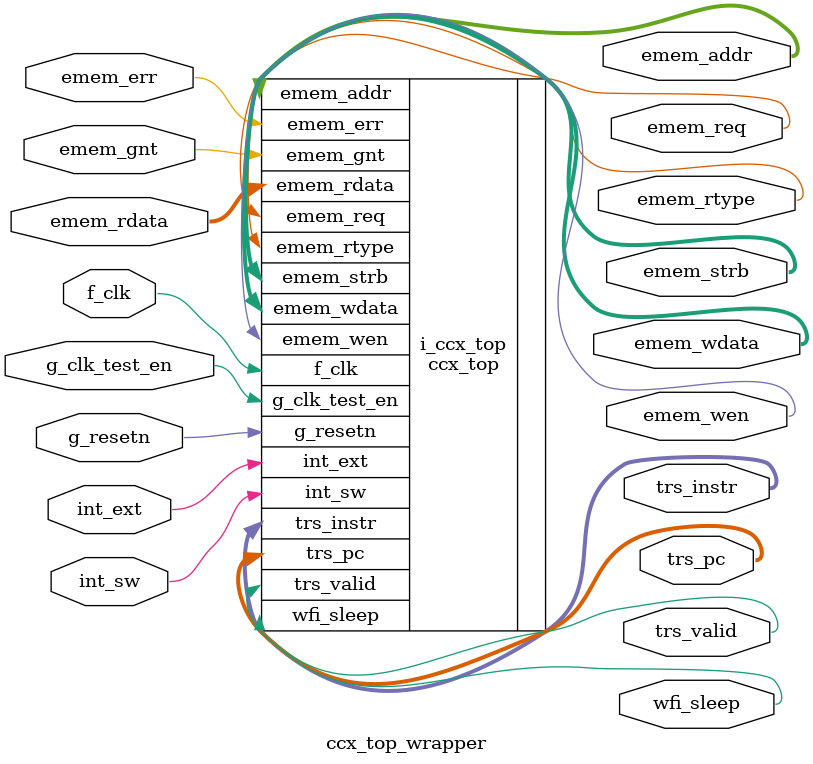
<source format=v>

module ccx_top_wrapper (

input  wire         f_clk        , // Global free-running clock.
input  wire         g_resetn     , // Synchronous negative level reset.
input  wire         g_clk_test_en, // Clock test enable.

input  wire         int_sw       , // External interrupt
input  wire         int_ext      , // Software interrupt

output wire         emem_req     , // Memory request
output wire         emem_rtype   , // Memory request type.
output wire [ 38:0] emem_addr    , // Memory request address
output wire         emem_wen     , // Memory request write enable
output wire [  7:0] emem_strb    , // Memory request write strobe
output wire [ 63:0] emem_wdata   , // Memory write data.
input  wire         emem_gnt     , // Memory response valid
input  wire         emem_err     , // Memory response error
input  wire [ 63:0] emem_rdata   , // Memory response read data

output wire         wfi_sleep    , // Core is asleep due to WFI.

output wire         trs_valid    , // Instruction trace valid
output wire [ 31:0] trs_instr    , // Instruction trace data
output wire [ 63:0] trs_pc         // Instruction trace PC

);

// Inital address of the program counter post reset.
parameter   PC_RESET_ADDRESS= 39'h00000000;

// Use a FPGA-inference-friendly implementation of the register file.
parameter FPGA_REGFILE = 0;

// Base address of the memory mapped IO region.
parameter   MMIO_BASE = 39'h0000_0000_0002_0000;
parameter   MMIO_SIZE = 39'h0000_0000_0000_00FF;

//
// Internal address mapping.
// ------------------------------------------------------------

parameter   ROM_MEMH  = ""        ;
parameter   ROM_BASE  = 39'h00000000;
parameter   ROM_SIZE  = 39'h000003FF;

parameter   RAM_MEMH  = ""          ;
parameter   RAM_BASE  = 39'h00010000;
parameter   RAM_SIZE  = 39'h0000FFFF;

parameter   EXT_BASE  = 39'h10000000;
parameter   EXT_SIZE  = 39'h0FFFFFFF;

//
// Clock control
// ------------------------------------------------------------

parameter CLK_GATE_EN      = 1'b1; // Enable core-level clock gating

ccx_top #(
.PC_RESET_ADDRESS(PC_RESET_ADDRESS),
.FPGA_REGFILE    (FPGA_REGFILE    ),
.MMIO_BASE       (MMIO_BASE       ),
.MMIO_SIZE       (MMIO_SIZE       ),
.ROM_MEMH        (ROM_MEMH        ),
.ROM_BASE        (ROM_BASE        ),
.ROM_SIZE        (ROM_SIZE        ),
.RAM_MEMH        (RAM_MEMH        ),
.RAM_BASE        (RAM_BASE        ),
.RAM_SIZE        (RAM_SIZE        ),
.EXT_BASE        (EXT_BASE        ),
.EXT_SIZE        (EXT_SIZE        ),
.CLK_GATE_EN     (CLK_GATE_EN     )
) i_ccx_top (
.f_clk        (f_clk        ), // Global free-running clock.
.g_resetn     (g_resetn     ), // Synchronous negative level reset.
.g_clk_test_en(g_clk_test_en), // Clock test enable.
.int_sw       (int_sw       ), // External interrupt
.int_ext      (int_ext      ), // Software interrupt
.emem_req     (emem_req     ), // Memory request
.emem_rtype   (emem_rtype   ), // Memory request type.
.emem_addr    (emem_addr    ), // Memory request address
.emem_wen     (emem_wen     ), // Memory request write enable
.emem_strb    (emem_strb    ), // Memory request write strobe
.emem_wdata   (emem_wdata   ), // Memory write data.
.emem_gnt     (emem_gnt     ), // Memory response valid
.emem_err     (emem_err     ), // Memory response error
.emem_rdata   (emem_rdata   ), // Memory response read data
.wfi_sleep    (wfi_sleep    ), // Core is asleep due to WFI.
.trs_valid    (trs_valid    ), // Instruction trace valid
.trs_instr    (trs_instr    ), // Instruction trace data
.trs_pc       (trs_pc       )  // Instruction trace PC
);

endmodule


</source>
